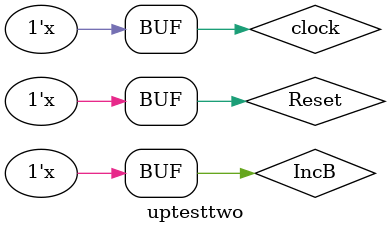
<source format=v>



module uptesttwo;
reg IncB;
reg Reset;
reg clock;
wire [1:0]AddrB;

upcountertwo c1(IncB,Reset,clock,AddrB);
initial 
begin
Reset=1;
IncB=0;
clock=0;
#5 Reset=0;
IncB=1;
end



always #1 clock=~clock;
always #90 Reset=~Reset;
always #20 IncB=~IncB;

endmodule
</source>
